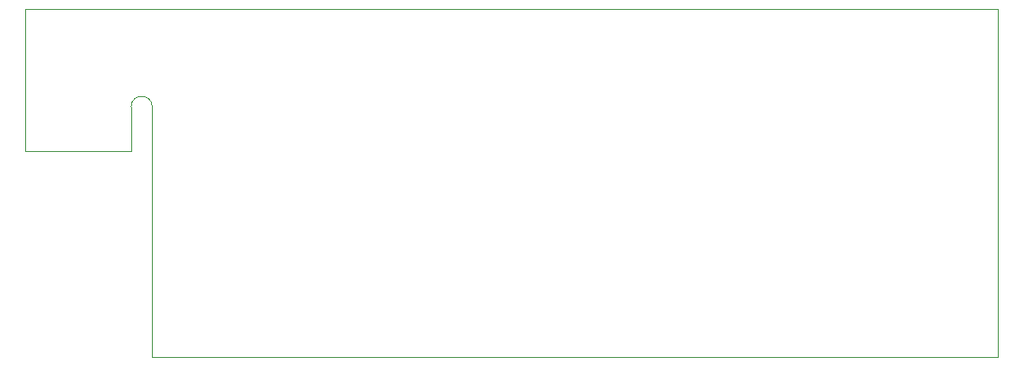
<source format=gm1>
%TF.GenerationSoftware,KiCad,Pcbnew,(5.1.6-0-10_14)*%
%TF.CreationDate,2021-10-08T19:33:03+09:00*%
%TF.ProjectId,peltier+relay,70656c74-6965-4722-9b72-656c61792e6b,rev?*%
%TF.SameCoordinates,Original*%
%TF.FileFunction,Profile,NP*%
%FSLAX46Y46*%
G04 Gerber Fmt 4.6, Leading zero omitted, Abs format (unit mm)*
G04 Created by KiCad (PCBNEW (5.1.6-0-10_14)) date 2021-10-08 19:33:03*
%MOMM*%
%LPD*%
G01*
G04 APERTURE LIST*
%TA.AperFunction,Profile*%
%ADD10C,0.100000*%
%TD*%
G04 APERTURE END LIST*
D10*
X178171000Y-114520000D02*
X98500000Y-114520000D01*
X86500000Y-81790000D02*
X178171000Y-81790000D01*
X96500000Y-91000000D02*
G75*
G02*
X98500000Y-91000000I1000000J0D01*
G01*
X96500000Y-95190000D02*
X96500000Y-91000000D01*
X86500000Y-95190000D02*
X96500000Y-95190000D01*
X86500000Y-95190000D02*
X86500000Y-81790000D01*
X98500000Y-114520000D02*
X98500000Y-91000000D01*
X178171000Y-81790000D02*
X178171000Y-114520000D01*
M02*

</source>
